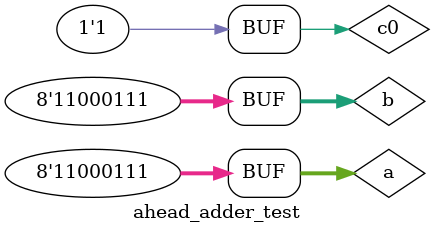
<source format=v>
`timescale 1ns / 1ps


module ahead_adder_test;

	// Inputs
	reg [7:0] a;
	reg [7:0] b;
	reg c0;
	
	// Outputs
	wire [7:0] f;
	wire c8;
	
	// Instantiate the Unit Under Test (UUT)
	AheadAdder_module uut (
		.a(a), 
		.b(b), 
		.c0(c0), 
		.f(f), 
		.c8(c8)
	);
	
	initial begin
		// Initialize Inputs
		a = 00000000; b = 00000000; c0 = 0;
	
		// Wait 100 ns for global reset to finish
		#100; a = 00010001; b = 00010001; c0 = 0;
		#100; a = 00110011; b = 00110011; c0 = 0;
		#100; a = 01110111; b = 01110111; c0 = 0;
		#100; a = 11111111; b = 11111111; c0 = 0;	
		#100; a = 10011001; b = 10011001; c0 = 0;
		
		#100; a = 00110011; b = 11001100; c0 = 1;
		#100; a = 10101010; b = 01010101; c0 = 1;
		
		#100; a = 00010001; b = 00000000; c0 = 1;
		#100; a = 00110011; b = 00000000; c0 = 1;
		#100; a = 01110111; b = 00000000; c0 = 1;
		#100; a = 11111111; b = 00000000; c0 = 1;
		
		#100; a = 00010001; b = 00010001; c0 = 1;
		#100; a = 00110011; b = 00110011; c0 = 1;
		#100; a = 11110011; b = 00111111; c0 = 1;
		#100; a = 11111111; b = 11111111; c0 = 1;
	    
		// Add stimulus here
	
	end

endmodule


</source>
